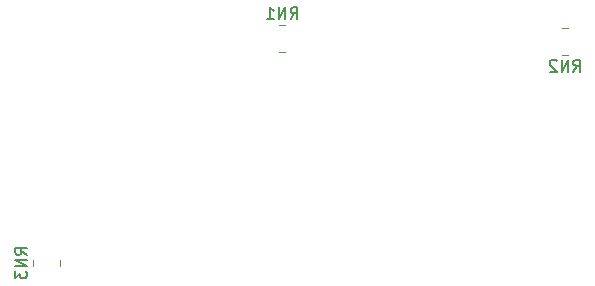
<source format=gbr>
%TF.GenerationSoftware,KiCad,Pcbnew,7.0.11-7.0.11~ubuntu22.04.1*%
%TF.CreationDate,2024-08-26T13:36:22+02:00*%
%TF.ProjectId,pcb01,70636230-312e-46b6-9963-61645f706362,rev?*%
%TF.SameCoordinates,Original*%
%TF.FileFunction,Legend,Bot*%
%TF.FilePolarity,Positive*%
%FSLAX46Y46*%
G04 Gerber Fmt 4.6, Leading zero omitted, Abs format (unit mm)*
G04 Created by KiCad (PCBNEW 7.0.11-7.0.11~ubuntu22.04.1) date 2024-08-26 13:36:22*
%MOMM*%
%LPD*%
G01*
G04 APERTURE LIST*
%ADD10C,0.150000*%
%ADD11C,0.120000*%
G04 APERTURE END LIST*
D10*
X129603476Y-88787819D02*
X129936809Y-88311628D01*
X130174904Y-88787819D02*
X130174904Y-87787819D01*
X130174904Y-87787819D02*
X129793952Y-87787819D01*
X129793952Y-87787819D02*
X129698714Y-87835438D01*
X129698714Y-87835438D02*
X129651095Y-87883057D01*
X129651095Y-87883057D02*
X129603476Y-87978295D01*
X129603476Y-87978295D02*
X129603476Y-88121152D01*
X129603476Y-88121152D02*
X129651095Y-88216390D01*
X129651095Y-88216390D02*
X129698714Y-88264009D01*
X129698714Y-88264009D02*
X129793952Y-88311628D01*
X129793952Y-88311628D02*
X130174904Y-88311628D01*
X129174904Y-88787819D02*
X129174904Y-87787819D01*
X129174904Y-87787819D02*
X128603476Y-88787819D01*
X128603476Y-88787819D02*
X128603476Y-87787819D01*
X128174904Y-87883057D02*
X128127285Y-87835438D01*
X128127285Y-87835438D02*
X128032047Y-87787819D01*
X128032047Y-87787819D02*
X127793952Y-87787819D01*
X127793952Y-87787819D02*
X127698714Y-87835438D01*
X127698714Y-87835438D02*
X127651095Y-87883057D01*
X127651095Y-87883057D02*
X127603476Y-87978295D01*
X127603476Y-87978295D02*
X127603476Y-88073533D01*
X127603476Y-88073533D02*
X127651095Y-88216390D01*
X127651095Y-88216390D02*
X128222523Y-88787819D01*
X128222523Y-88787819D02*
X127603476Y-88787819D01*
X105653976Y-84329819D02*
X105987309Y-83853628D01*
X106225404Y-84329819D02*
X106225404Y-83329819D01*
X106225404Y-83329819D02*
X105844452Y-83329819D01*
X105844452Y-83329819D02*
X105749214Y-83377438D01*
X105749214Y-83377438D02*
X105701595Y-83425057D01*
X105701595Y-83425057D02*
X105653976Y-83520295D01*
X105653976Y-83520295D02*
X105653976Y-83663152D01*
X105653976Y-83663152D02*
X105701595Y-83758390D01*
X105701595Y-83758390D02*
X105749214Y-83806009D01*
X105749214Y-83806009D02*
X105844452Y-83853628D01*
X105844452Y-83853628D02*
X106225404Y-83853628D01*
X105225404Y-84329819D02*
X105225404Y-83329819D01*
X105225404Y-83329819D02*
X104653976Y-84329819D01*
X104653976Y-84329819D02*
X104653976Y-83329819D01*
X103653976Y-84329819D02*
X104225404Y-84329819D01*
X103939690Y-84329819D02*
X103939690Y-83329819D01*
X103939690Y-83329819D02*
X104034928Y-83472676D01*
X104034928Y-83472676D02*
X104130166Y-83567914D01*
X104130166Y-83567914D02*
X104225404Y-83615533D01*
X83329819Y-104284523D02*
X82853628Y-103951190D01*
X83329819Y-103713095D02*
X82329819Y-103713095D01*
X82329819Y-103713095D02*
X82329819Y-104094047D01*
X82329819Y-104094047D02*
X82377438Y-104189285D01*
X82377438Y-104189285D02*
X82425057Y-104236904D01*
X82425057Y-104236904D02*
X82520295Y-104284523D01*
X82520295Y-104284523D02*
X82663152Y-104284523D01*
X82663152Y-104284523D02*
X82758390Y-104236904D01*
X82758390Y-104236904D02*
X82806009Y-104189285D01*
X82806009Y-104189285D02*
X82853628Y-104094047D01*
X82853628Y-104094047D02*
X82853628Y-103713095D01*
X83329819Y-104713095D02*
X82329819Y-104713095D01*
X82329819Y-104713095D02*
X83329819Y-105284523D01*
X83329819Y-105284523D02*
X82329819Y-105284523D01*
X82329819Y-105665476D02*
X82329819Y-106284523D01*
X82329819Y-106284523D02*
X82710771Y-105951190D01*
X82710771Y-105951190D02*
X82710771Y-106094047D01*
X82710771Y-106094047D02*
X82758390Y-106189285D01*
X82758390Y-106189285D02*
X82806009Y-106236904D01*
X82806009Y-106236904D02*
X82901247Y-106284523D01*
X82901247Y-106284523D02*
X83139342Y-106284523D01*
X83139342Y-106284523D02*
X83234580Y-106236904D01*
X83234580Y-106236904D02*
X83282200Y-106189285D01*
X83282200Y-106189285D02*
X83329819Y-106094047D01*
X83329819Y-106094047D02*
X83329819Y-105808333D01*
X83329819Y-105808333D02*
X83282200Y-105713095D01*
X83282200Y-105713095D02*
X83234580Y-105665476D01*
D11*
%TO.C,RN2*%
X129163000Y-87373000D02*
X128663000Y-87373000D01*
X129163000Y-85093000D02*
X128663000Y-85093000D01*
%TO.C,RN1*%
X104713500Y-87115000D02*
X105213500Y-87115000D01*
X104713500Y-84835000D02*
X105213500Y-84835000D01*
%TO.C,RN3*%
X86115000Y-105225000D02*
X86115000Y-104725000D01*
X83835000Y-105225000D02*
X83835000Y-104725000D01*
%TD*%
M02*

</source>
